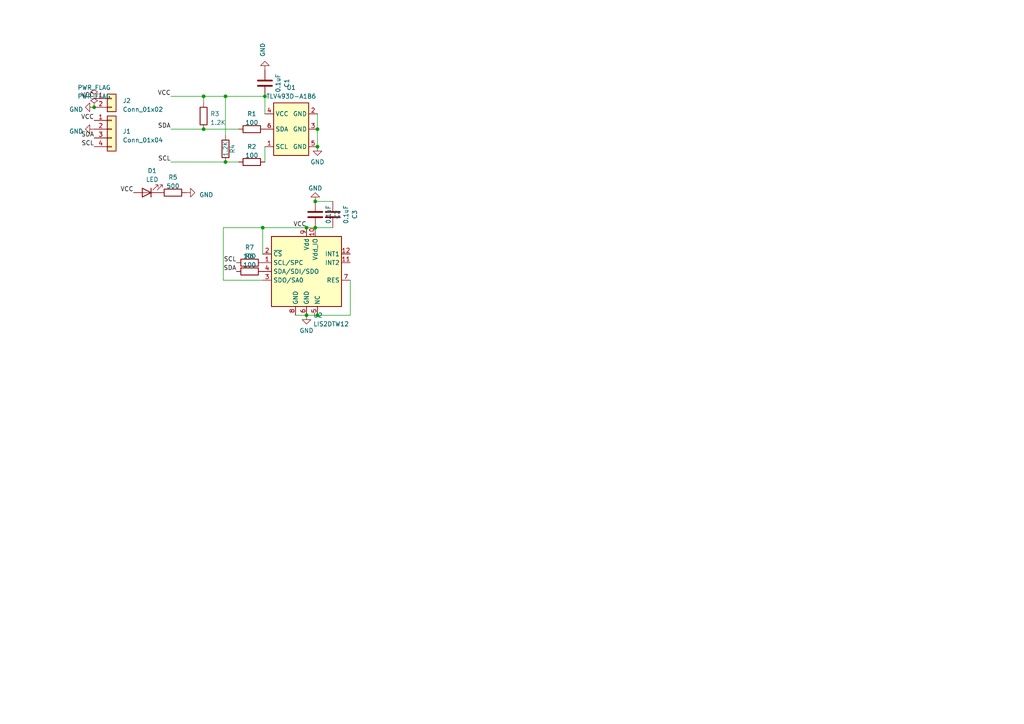
<source format=kicad_sch>
(kicad_sch (version 20230121) (generator eeschema)
  (paper "A4")
  (lib_symbols
    (symbol "Connector_Generic:Conn_01x02" (pin_names (offset 1.016) hide)
      (property "Reference" "J" (at 0 2.54 0))
      (property "Value" "Conn_01x02" (at 0 -5.08 0))
      (symbol "Conn_01x02_1_1"
        (rectangle (start -1.27 -2.413) (end 0 -2.667) (stroke (width 0.1524)))
        (rectangle (start -1.27 0.127) (end 0 -0.127) (stroke (width 0.1524)))
        (rectangle (start -1.27 1.27) (end 1.27 -3.81) (stroke (width 0.254)) (fill (type background)))
        (pin passive line (at -5.08 0 0) (length 3.81) (name "Pin_1") (number "1"))
        (pin passive line (at -5.08 -2.54 0) (length 3.81) (name "Pin_2") (number "2"))
      )
    )
    (symbol "Connector_Generic:Conn_01x04" (pin_names (offset 1.016) hide)
      (property "Reference" "J" (at 0 5.08 0))
      (property "Value" "Conn_01x04" (at 0 -7.62 0))
      (symbol "Conn_01x04_1_1"
        (rectangle (start -1.27 -4.953) (end 0 -5.207) (stroke (width 0.1524)))
        (rectangle (start -1.27 -2.413) (end 0 -2.667) (stroke (width 0.1524)))
        (rectangle (start -1.27 0.127) (end 0 -0.127) (stroke (width 0.1524)))
        (rectangle (start -1.27 2.667) (end 0 2.413) (stroke (width 0.1524)))
        (rectangle (start -1.27 3.81) (end 1.27 -6.35) (stroke (width 0.254)) (fill (type background)))
        (pin passive line (at -5.08 2.54 0) (length 3.81) (name "Pin_1") (number "1"))
        (pin passive line (at -5.08 0 0) (length 3.81) (name "Pin_2") (number "2"))
        (pin passive line (at -5.08 -2.54 0) (length 3.81) (name "Pin_3") (number "3"))
        (pin passive line (at -5.08 -5.08 0) (length 3.81) (name "Pin_4") (number "4"))
      )
    )
    (symbol "Device:C" (pin_numbers hide) (pin_names (offset 0.254))
      (property "Reference" "C" (at 0.635 2.54 0))
      (property "Value" "C" (at 0.635 -2.54 0))
      (symbol "C_0_1"
        (polyline (pts (xy -2.032 -0.762) (xy 2.032 -0.762)) (stroke (width 0.508)))
        (polyline (pts (xy -2.032 0.762) (xy 2.032 0.762)) (stroke (width 0.508)))
      )
      (symbol "C_1_1"
        (pin passive line (at 0 3.81 270) (length 2.794) (name "~") (number "1"))
        (pin passive line (at 0 -3.81 90) (length 2.794) (name "~") (number "2"))
      )
    )
    (symbol "Device:LED" (pin_numbers hide) (pin_names (offset 1.016) hide)
      (property "Reference" "D" (at 0 2.54 0))
      (property "Value" "LED" (at 0 -2.54 0))
      (symbol "LED_0_1"
        (polyline (pts (xy -1.27 -1.27) (xy -1.27 1.27)) (stroke (width 0.254)))
        (polyline (pts (xy -1.27 0) (xy 1.27 0)))
        (polyline (pts (xy 1.27 -1.27) (xy 1.27 1.27) (xy -1.27 0) (xy 1.27 -1.27)) (stroke (width 0.254)))
        (polyline (pts (xy -3.048 -0.762) (xy -4.572 -2.286) (xy -3.81 -2.286) (xy -4.572 -2.286) (xy -4.572 -1.524)))
        (polyline (pts (xy -1.778 -0.762) (xy -3.302 -2.286) (xy -2.54 -2.286) (xy -3.302 -2.286) (xy -3.302 -1.524)))
      )
      (symbol "LED_1_1"
        (pin passive line (at -3.81 0 0) (length 2.54) (name "K") (number "1"))
        (pin passive line (at 3.81 0 180) (length 2.54) (name "A") (number "2"))
      )
    )
    (symbol "Device:R" (pin_numbers hide) (pin_names (offset 0))
      (property "Reference" "R" (at 2.032 0 90))
      (property "Value" "R" (at 0 0 90))
      (symbol "R_0_1"
        (rectangle (start -1.016 -2.54) (end 1.016 2.54) (stroke (width 0.254)))
      )
      (symbol "R_1_1"
        (pin passive line (at 0 3.81 270) (length 1.27) (name "~") (number "1"))
        (pin passive line (at 0 -3.81 90) (length 1.27) (name "~") (number "2"))
      )
    )
    (symbol "PEST:TLV493D-A1B6"
      (property "Reference" "U" (at 0 8.89 0))
      (property "Value" "TLV493D-A1B6" (at 0 -8.89 0))
      (symbol "TLV493D-A1B6_0_1"
        (rectangle (start -5.08 7.62) (end 5.08 -7.62) (stroke (width 0.254)) (fill (type background)))
      )
      (symbol "TLV493D-A1B6_1_1"
        (pin input line (at -7.62 -5.08 0) (length 2.54) (name "SCL") (number "1"))
        (pin power_in line (at 7.62 4.445 180) (length 2.54) (name "GND") (number "2"))
        (pin power_in line (at 7.62 0 180) (length 2.54) (name "GND") (number "3"))
        (pin power_in line (at -7.62 4.445 0) (length 2.54) (name "VCC") (number "4"))
        (pin power_in line (at 7.62 -5.08 180) (length 2.54) (name "GND") (number "5"))
        (pin input line (at -7.62 0 0) (length 2.54) (name "SDA") (number "6"))
      )
    )
    (symbol "Touchstone:LIS2DTW12"
      (property "Reference" "U" (at -8.89 11.43 0))
      (property "Value" "LIS2DTW12" (at 7.62 11.43 0))
      (symbol "LIS2DTW12_0_1"
        (rectangle (start -10.16 10.16) (end 10.16 -10.16) (stroke (width 0.254)) (fill (type background)))
      )
      (symbol "LIS2DTW12_1_1"
        (pin input line (at -12.7 2.54 0) (length 2.54) (name "SCL/SPC") (number "1"))
        (pin power_in line (at 2.54 12.7 270) (length 2.54) (name "Vdd_IO") (number "10"))
        (pin bidirectional line (at 12.7 2.54 180) (length 2.54) (name "INT2") (number "11"))
        (pin output line (at 12.7 5.08 180) (length 2.54) (name "INT1") (number "12"))
        (pin input line (at -12.7 5.08 0) (length 2.54) (name "~{CS}") (number "2"))
        (pin bidirectional line (at -12.7 -2.54 0) (length 2.54) (name "SDO/SA0") (number "3"))
        (pin bidirectional line (at -12.7 0 0) (length 2.54) (name "SDA/SDI/SDO") (number "4"))
        (pin passive line (at 3.175 -12.7 90) (length 2.54) (name "NC") (number "5"))
        (pin power_in line (at 0 -12.7 90) (length 2.54) (name "GND") (number "6"))
        (pin input line (at 12.7 -2.54 180) (length 2.54) (name "RES") (number "7"))
        (pin power_in line (at -3.175 -12.7 90) (length 2.54) (name "GND") (number "8"))
        (pin power_in line (at 0 12.7 270) (length 2.54) (name "Vdd") (number "9"))
      )
    )
    (symbol "power:GND" (power) (pin_names (offset 0))
      (property "Value" "GND" (at 0 -3.81 0))
      (symbol "GND_0_1"
        (polyline (pts (xy 0 0) (xy 0 -1.27) (xy 1.27 -1.27) (xy 0 -2.54) (xy -1.27 -1.27) (xy 0 -1.27)))
      )
      (symbol "GND_1_1"
        (pin power_in line (at 0 0 270) (length 0) hide (name "GND") (number "1"))
      )
    )
    (symbol "power:PWR_FLAG" (power) (pin_numbers hide) (pin_names (offset 0) hide)
      (property "Value" "PWR_FLAG" (at 0 3.81 0))
      (symbol "PWR_FLAG_0_0"
        (pin power_out line (at 0 0 90) (length 0) (name "pwr") (number "1"))
      )
      (symbol "PWR_FLAG_0_1"
        (polyline (pts (xy 0 0) (xy 0 1.27) (xy -1.016 1.905) (xy 0 2.54) (xy 1.016 1.905) (xy 0 1.27)))
      )
    )
  )
  (junction (at 92.075 37.465))
  (junction (at 88.9 91.44))
  (junction (at 27.305 31.115))
  (junction (at 65.405 46.99))
  (junction (at 88.9 66.04))
  (junction (at 92.075 91.44))
  (junction (at 76.2 66.04))
  (junction (at 59.055 37.465))
  (junction (at 59.055 27.94))
  (junction (at 76.835 27.94))
  (junction (at 91.44 58.42))
  (junction (at 91.44 66.04))
  (junction (at 65.405 27.94))
  (junction (at 92.075 42.545))
  (wire (pts (xy 65.405 27.94) (xy 65.405 39.37)))
  (wire (pts (xy 92.075 91.44) (xy 101.6 91.44)))
  (wire (pts (xy 49.53 46.99) (xy 65.405 46.99)))
  (wire (pts (xy 76.2 66.04) (xy 88.9 66.04)))
  (wire (pts (xy 91.44 66.04) (xy 96.52 66.04)))
  (wire (pts (xy 49.53 27.94) (xy 59.055 27.94)))
  (wire (pts (xy 85.725 91.44) (xy 88.9 91.44)))
  (wire (pts (xy 64.77 66.04) (xy 76.2 66.04)))
  (wire (pts (xy 76.2 81.28) (xy 64.77 81.28)))
  (wire (pts (xy 92.075 37.465) (xy 92.075 42.545)))
  (wire (pts (xy 65.405 27.94) (xy 76.835 27.94)))
  (wire (pts (xy 64.77 81.28) (xy 64.77 66.04)))
  (wire (pts (xy 101.6 81.28) (xy 101.6 91.44)))
  (wire (pts (xy 88.9 66.04) (xy 91.44 66.04)))
  (wire (pts (xy 76.835 27.94) (xy 76.835 33.02)))
  (wire (pts (xy 49.53 37.465) (xy 59.055 37.465)))
  (wire (pts (xy 76.2 73.66) (xy 76.2 66.04)))
  (wire (pts (xy 59.055 37.465) (xy 69.215 37.465)))
  (wire (pts (xy 92.075 33.02) (xy 92.075 37.465)))
  (wire (pts (xy 88.9 91.44) (xy 92.075 91.44)))
  (wire (pts (xy 59.055 27.94) (xy 59.055 29.845)))
  (wire (pts (xy 91.44 58.42) (xy 96.52 58.42)))
  (wire (pts (xy 59.055 27.94) (xy 65.405 27.94)))
  (wire (pts (xy 65.405 46.99) (xy 69.215 46.99)))
  (wire (pts (xy 76.835 42.545) (xy 76.835 46.99)))
  (label "SCL" (at 68.58 76.2 180))
  (label "SDA" (at 68.58 78.74 180))
  (label "SDA" (at 49.53 37.465 180))
  (label "VCC" (at 49.53 27.94 180))
  (label "SCL" (at 27.305 42.545 180))
  (label "VCC" (at 38.735 55.88 180))
  (label "SCL" (at 49.53 46.99 180))
  (label "SDA" (at 27.305 40.005 180))
  (label "VCC" (at 88.9 66.04 180))
  (label "VCC" (at 27.305 28.575 180))
  (label "VCC" (at 27.305 34.925 180))
  (symbol (lib_id "Connector_Generic:Conn_01x04") (at 32.385 37.465 0) (unit 1)
    (property "Reference" "J1" (at 35.56 38.1 0) (effects (justify left)))
    (property "Value" "Conn_01x04" (at 35.56 40.64 0) (effects (justify left)))
    (property "Footprint" "Connector_PinHeader_2.54mm:PinHeader_1x04_P2.54mm_Vertical" (effects hide))
  )
  (symbol (lib_id "Device:R") (at 72.39 76.2 90) (unit 1)
    (property "Reference" "R7" (at 72.39 71.755 90))
    (property "Value" "100" (at 72.39 74.295 90))
    (property "Footprint" "Resistor_SMD:R_0402_1005Metric" (effects hide))
  )
  (symbol (lib_id "power:GND") (at 27.305 31.115 270) (unit 1)
    (property "Reference" "#PWR07" (effects hide))
    (property "Value" "GND" (at 24.13 31.75 90) (effects (justify right)))
  )
  (symbol (lib_id "Device:R") (at 72.39 78.74 90) (unit 1)
    (property "Reference" "R6" (at 72.39 74.295 90))
    (property "Value" "100" (at 72.39 76.835 90))
    (property "Footprint" "Resistor_SMD:R_0402_1005Metric" (effects hide))
  )
  (symbol (lib_id "Device:C") (at 96.52 62.23 0) (unit 1)
    (property "Reference" "C3" (at 102.87 62.23 90))
    (property "Value" "0.1uF" (at 100.33 62.23 90))
    (property "Footprint" "Capacitor_SMD:C_0402_1005Metric" (effects hide))
  )
  (symbol (lib_id "Device:C") (at 91.44 62.23 0) (unit 1)
    (property "Reference" "C2" (at 97.79 62.23 90))
    (property "Value" "0.1uF" (at 95.25 62.23 90))
    (property "Footprint" "Capacitor_SMD:C_0402_1005Metric" (effects hide))
  )
  (symbol (lib_id "power:GND") (at 53.975 55.88 90) (unit 1)
    (property "Reference" "#PWR04" (effects hide))
    (property "Value" "GND" (at 57.785 56.515 90) (effects (justify right)))
  )
  (symbol (lib_id "Device:R") (at 59.055 33.655 0) (unit 1)
    (property "Reference" "R3" (at 60.96 33.02 0) (effects (justify left)))
    (property "Value" "1.2K" (at 60.96 35.56 0) (effects (justify left)))
    (property "Footprint" "Resistor_SMD:R_0402_1005Metric" (effects hide))
  )
  (symbol (lib_id "PEST:TLV493D-A1B6") (at 84.455 37.465 0) (unit 1)
    (property "Reference" "U1" (at 84.455 25.4 0))
    (property "Value" "TLV493D-A1B6" (at 84.455 27.94 0))
    (property "Footprint" "Package_SO:TSOP-6_1.65x3.05mm_P0.95mm" (effects hide))
  )
  (symbol (lib_id "power:PWR_FLAG") (at 27.305 28.575 0) (unit 1)
    (property "Reference" "#FLG01" (effects hide))
    (property "Value" "PWR_FLAG" (at 27.305 25.4 0))
  )
  (symbol (lib_id "Device:R") (at 50.165 55.88 90) (unit 1)
    (property "Reference" "R5" (at 50.165 51.435 90))
    (property "Value" "500" (at 50.165 53.975 90))
    (property "Footprint" "Resistor_SMD:R_0402_1005Metric" (effects hide))
  )
  (symbol (lib_id "power:GND") (at 76.835 20.32 180) (unit 1)
    (property "Reference" "#PWR03" (effects hide))
    (property "Value" "GND" (at 76.2 16.51 90) (effects (justify right)))
  )
  (symbol (lib_id "Device:R") (at 73.025 46.99 90) (unit 1)
    (property "Reference" "R2" (at 73.025 42.545 90))
    (property "Value" "100" (at 73.025 45.085 90))
    (property "Footprint" "Resistor_SMD:R_0402_1005Metric" (effects hide))
  )
  (symbol (lib_id "power:GND") (at 92.075 42.545 0) (unit 1)
    (property "Reference" "#PWR01" (effects hide))
    (property "Value" "GND" (at 92.075 46.99 0))
  )
  (symbol (lib_id "power:PWR_FLAG") (at 27.305 31.115 0) (unit 1)
    (property "Reference" "#FLG02" (effects hide))
    (property "Value" "PWR_FLAG" (at 27.305 27.94 0))
  )
  (symbol (lib_id "Connector_Generic:Conn_01x02") (at 32.385 28.575 0) (unit 1)
    (property "Reference" "J2" (at 35.56 29.21 0) (effects (justify left)))
    (property "Value" "Conn_01x02" (at 35.56 31.75 0) (effects (justify left)))
    (property "Footprint" "Connector_PinHeader_2.54mm:PinHeader_1x02_P2.54mm_Vertical" (effects hide))
  )
  (symbol (lib_id "power:GND") (at 91.44 58.42 180) (unit 1)
    (property "Reference" "#PWR06" (effects hide))
    (property "Value" "GND" (at 91.44 54.61 0))
  )
  (symbol (lib_id "Device:R") (at 73.025 37.465 90) (unit 1)
    (property "Reference" "R1" (at 73.025 33.02 90))
    (property "Value" "100" (at 73.025 35.56 90))
    (property "Footprint" "Resistor_SMD:R_0402_1005Metric" (effects hide))
  )
  (symbol (lib_id "Device:R") (at 65.405 43.18 0) (unit 1)
    (property "Reference" "R4" (at 67.437 43.18 90))
    (property "Value" "1.2K" (at 65.405 43.18 90))
    (property "Footprint" "Resistor_SMD:R_0402_1005Metric" (effects hide))
  )
  (symbol (lib_id "Touchstone:LIS2DTW12") (at 88.9 78.74 0) (unit 1)
    (property "Reference" "U2" (at 90.8559 91.44 0) (effects (justify left)))
    (property "Value" "LIS2DTW12" (at 90.8559 93.98 0) (effects (justify left)))
    (property "Footprint" "Package_LGA:LGA-12_2x2mm_P0.5mm" (effects hide))
    (property "Datasheet" "https://www.st.com/resource/en/datasheet/lis2dtw12.pdf" (effects hide))
  )
  (symbol (lib_id "Device:LED") (at 42.545 55.88 180) (unit 1)
    (property "Reference" "D1" (at 44.1325 49.53 0))
    (property "Value" "LED" (at 44.1325 52.07 0))
    (property "Footprint" "LED_SMD:LED_0603_1608Metric" (effects hide))
  )
  (symbol (lib_id "power:GND") (at 88.9 91.44 0) (unit 1)
    (property "Reference" "#PWR05" (effects hide))
    (property "Value" "GND" (at 88.9 95.885 0))
  )
  (symbol (lib_id "Device:C") (at 76.835 24.13 0) (unit 1)
    (property "Reference" "C1" (at 83.185 24.13 90))
    (property "Value" "0.1uF" (at 80.645 24.13 90))
    (property "Footprint" "Capacitor_SMD:C_0402_1005Metric" (effects hide))
  )
  (symbol (lib_id "power:GND") (at 27.305 37.465 270) (unit 1)
    (property "Reference" "#PWR02" (effects hide))
    (property "Value" "GND" (at 24.13 38.1 90) (effects (justify right)))
  )
)
</source>
